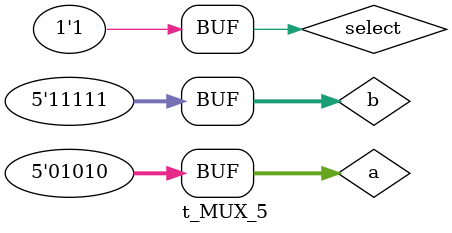
<source format=v>
`timescale 1ns / 1ps


module t_MUX_5();
    reg select;
    reg [4 : 0] a;
    reg [4 : 0] b;
    wire [4 : 0] result;
    MUX_5 mux_5(select, a, b, result);

    initial begin
        a = 5'b01010; b = 5'b11111;
        select = 0;
        #10 select = 1;
    end
endmodule

</source>
